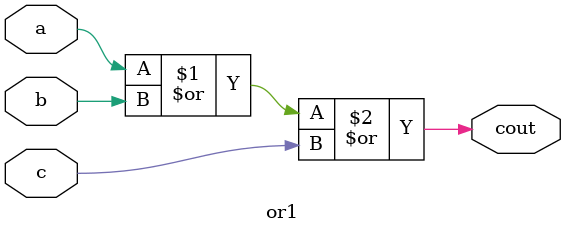
<source format=v>
`timescale 1ns / 1ps
module fulladder_st(
    input a,b,c,
    output s,cout
    );
	 wire p,q,r;
xor1 x1(a,b,c,s);
and1 a1(a,b,p);
and1 a2(a,b,q);
and1 a3(a,b,r);
or1 o1(p,q,r,cout);

endmodule

module xor1(input a,b,c,output s);
assign s= a^b^c;
endmodule

module and1(input a,b,output z);
assign z= a&b;
endmodule

module or1(input a,b,c,output cout);
assign cout= a|b|c;
endmodule




</source>
